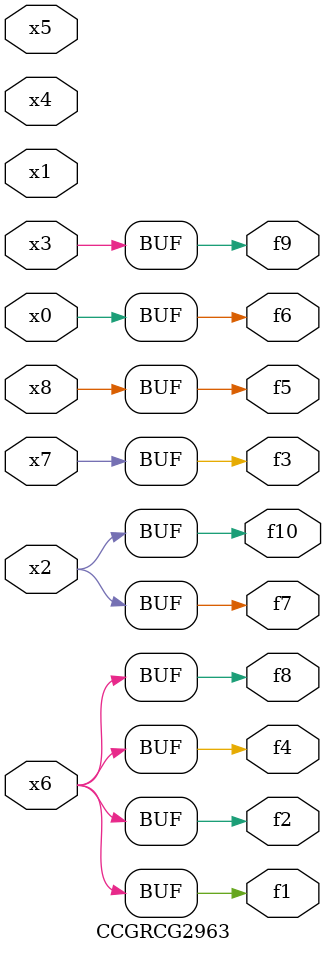
<source format=v>
module CCGRCG2963(
	input x0, x1, x2, x3, x4, x5, x6, x7, x8,
	output f1, f2, f3, f4, f5, f6, f7, f8, f9, f10
);
	assign f1 = x6;
	assign f2 = x6;
	assign f3 = x7;
	assign f4 = x6;
	assign f5 = x8;
	assign f6 = x0;
	assign f7 = x2;
	assign f8 = x6;
	assign f9 = x3;
	assign f10 = x2;
endmodule

</source>
